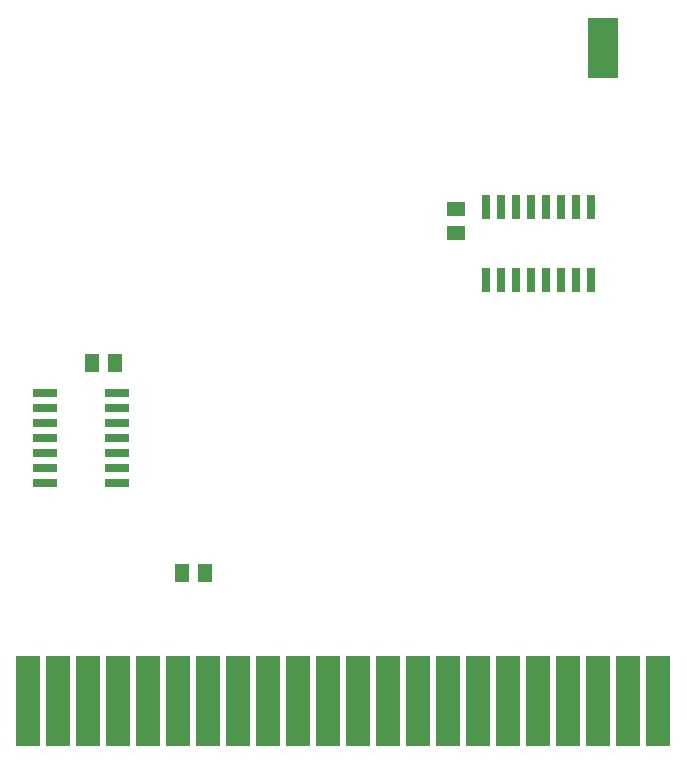
<source format=gtp>
G04 EAGLE Gerber RS-274X export*
G75*
%MOMM*%
%FSLAX34Y34*%
%LPD*%
%INTop Paste*%
%IPPOS*%
%AMOC8*
5,1,8,0,0,1.08239X$1,22.5*%
G01*
%ADD10R,2.032000X7.620000*%
%ADD11R,2.032000X0.660400*%
%ADD12R,0.660400X2.032000*%
%ADD13R,1.300000X1.500000*%
%ADD14R,1.300000X1.600000*%
%ADD15R,1.600000X1.300000*%
%ADD16R,2.540000X5.080000*%


D10*
X571500Y44450D03*
X546100Y44450D03*
X520700Y44450D03*
X495300Y44450D03*
X469900Y44450D03*
X444500Y44450D03*
X419100Y44450D03*
X393700Y44450D03*
X368300Y44450D03*
X342900Y44450D03*
X317500Y44450D03*
X292100Y44450D03*
X266700Y44450D03*
X241300Y44450D03*
X215900Y44450D03*
X190500Y44450D03*
X165100Y44450D03*
X139700Y44450D03*
X114300Y44450D03*
X88900Y44450D03*
X63500Y44450D03*
X38100Y44450D03*
D11*
X51816Y304800D03*
X113284Y304800D03*
X51816Y292100D03*
X51816Y279400D03*
X113284Y292100D03*
X113284Y279400D03*
X51816Y266700D03*
X113284Y266700D03*
X51816Y254000D03*
X51816Y241300D03*
X113284Y254000D03*
X113284Y241300D03*
X51816Y228600D03*
X113284Y228600D03*
D12*
X425450Y401066D03*
X425450Y462534D03*
X438150Y401066D03*
X450850Y401066D03*
X438150Y462534D03*
X450850Y462534D03*
X463550Y401066D03*
X463550Y462534D03*
X476250Y401066D03*
X476250Y462534D03*
X488950Y401066D03*
X501650Y401066D03*
X488950Y462534D03*
X501650Y462534D03*
X514350Y401066D03*
X514350Y462534D03*
D13*
X168300Y152400D03*
X187300Y152400D03*
D14*
X91600Y330200D03*
X111600Y330200D03*
D15*
X400050Y440850D03*
X400050Y460850D03*
D16*
X524510Y596900D03*
M02*

</source>
